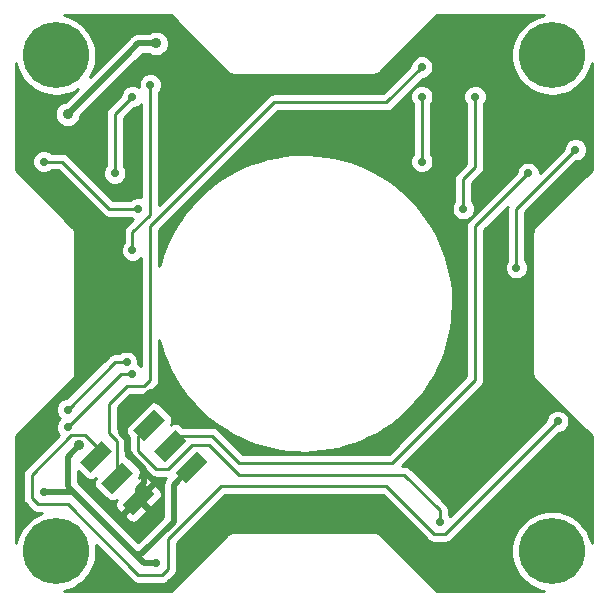
<source format=gbl>
G04 #@! TF.GenerationSoftware,KiCad,Pcbnew,(5.99.0-490-gc7ce93e10)*
G04 #@! TF.CreationDate,2019-12-10T12:04:11+01:00*
G04 #@! TF.ProjectId,LED_Panel_Flat,4c45445f-5061-46e6-956c-5f466c61742e,rev?*
G04 #@! TF.SameCoordinates,Original*
G04 #@! TF.FileFunction,Copper,L2,Bot*
G04 #@! TF.FilePolarity,Positive*
%FSLAX46Y46*%
G04 Gerber Fmt 4.6, Leading zero omitted, Abs format (unit mm)*
G04 Created by KiCad (PCBNEW (5.99.0-490-gc7ce93e10)) date 2019-12-10 12:04:11*
%MOMM*%
%LPD*%
G04 APERTURE LIST*
%ADD10C,5.600000*%
%ADD11C,0.900000*%
%ADD12C,0.700000*%
%ADD13C,0.500000*%
%ADD14C,0.250000*%
%ADD15C,0.254000*%
G04 APERTURE END LIST*
D10*
X160000000Y-113000000D03*
X160000000Y-71000000D03*
G04 #@! TA.AperFunction,SMDPad,CuDef*
G36*
X130837166Y-105449013D02*
G01*
X129041115Y-107245064D01*
X128143090Y-106347039D01*
X129939141Y-104550988D01*
X130837166Y-105449013D01*
G37*
G04 #@! TD.AperFunction*
G04 #@! TA.AperFunction,SMDPad,CuDef*
G36*
X126347038Y-108143089D02*
G01*
X124550987Y-109939140D01*
X123652962Y-109041115D01*
X125449013Y-107245064D01*
X126347038Y-108143089D01*
G37*
G04 #@! TD.AperFunction*
G04 #@! TA.AperFunction,SMDPad,CuDef*
G36*
X129041115Y-103652961D02*
G01*
X127245064Y-105449012D01*
X126347039Y-104550987D01*
X128143090Y-102754936D01*
X129041115Y-103652961D01*
G37*
G04 #@! TD.AperFunction*
G04 #@! TA.AperFunction,SMDPad,CuDef*
G36*
X124550987Y-106347038D02*
G01*
X122754936Y-108143089D01*
X121856911Y-107245064D01*
X123652962Y-105449013D01*
X124550987Y-106347038D01*
G37*
G04 #@! TD.AperFunction*
G04 #@! TA.AperFunction,SMDPad,CuDef*
G36*
X127245064Y-101856910D02*
G01*
X125449013Y-103652961D01*
X124550988Y-102754936D01*
X126347039Y-100958885D01*
X127245064Y-101856910D01*
G37*
G04 #@! TD.AperFunction*
G04 #@! TA.AperFunction,SMDPad,CuDef*
G36*
X122754936Y-104550987D02*
G01*
X120958885Y-106347038D01*
X120060860Y-105449013D01*
X121856911Y-103652962D01*
X122754936Y-104550987D01*
G37*
G04 #@! TD.AperFunction*
X118000000Y-71000000D03*
X118000000Y-113000000D03*
D11*
X126500000Y-70000000D03*
X119000000Y-76000000D03*
X120000000Y-104000000D03*
D12*
X146500000Y-80500000D03*
X145500000Y-79500000D03*
X127500000Y-98500000D03*
X128000000Y-99500000D03*
X127000000Y-99500000D03*
X129500000Y-112000000D03*
X128500000Y-113000000D03*
X125500000Y-111000000D03*
X126500000Y-110000000D03*
X160500000Y-102000000D03*
X150500000Y-110500000D03*
X149000000Y-72000000D03*
X158000000Y-81000000D03*
X157000000Y-89000000D03*
X162000000Y-79000000D03*
X155000000Y-71500000D03*
X159500000Y-78000000D03*
X159500000Y-108000000D03*
X152500000Y-112500000D03*
X126000000Y-73500000D03*
X124500000Y-87500000D03*
X125000000Y-84000000D03*
X117000000Y-80000000D03*
X117000000Y-108000000D03*
X126500000Y-114000000D03*
X124500000Y-98000000D03*
X119000000Y-102500000D03*
X124000000Y-97000000D03*
X119000000Y-101000000D03*
X124500000Y-74500000D03*
X123000000Y-81000000D03*
X153500000Y-74500000D03*
X152500000Y-84000000D03*
X149000000Y-74500000D03*
X149000000Y-80000000D03*
D13*
X119000000Y-105000000D02*
X120000000Y-104000000D01*
X119000000Y-107500000D02*
X119000000Y-105000000D01*
X119500000Y-108000000D02*
X119000000Y-107500000D01*
D14*
X116500000Y-109000000D02*
X116000000Y-108500000D01*
X127500000Y-112000000D02*
X127500000Y-114500000D01*
X119000000Y-109000000D02*
X116500000Y-109000000D01*
X125000000Y-115000000D02*
X119000000Y-109000000D01*
X127000000Y-115000000D02*
X125000000Y-115000000D01*
X160500000Y-102000000D02*
X151000000Y-111500000D01*
X151000000Y-111500000D02*
X150000000Y-111500000D01*
X132000000Y-107500000D02*
X127500000Y-112000000D01*
X150000000Y-111500000D02*
X146000000Y-107500000D01*
X127500000Y-114500000D02*
X127000000Y-115000000D01*
X116000000Y-108500000D02*
X116000000Y-106500000D01*
X146000000Y-107500000D02*
X132000000Y-107500000D01*
X116000000Y-106500000D02*
X119325001Y-103174999D01*
X119325001Y-103174999D02*
X120480922Y-103174999D01*
X120480922Y-103174999D02*
X121407898Y-104101975D01*
X121407898Y-104101975D02*
X121407898Y-105000000D01*
D13*
X125000000Y-70000000D02*
X126500000Y-70000000D01*
X124000000Y-71000000D02*
X125000000Y-70000000D01*
X119000000Y-76000000D02*
X124000000Y-71000000D01*
X151500000Y-74000000D02*
X154000000Y-71500000D01*
X154000000Y-71500000D02*
X154505026Y-71500000D01*
X154505026Y-71500000D02*
X155000000Y-71500000D01*
X151500000Y-79500000D02*
X151500000Y-74000000D01*
X148500000Y-82500000D02*
X151500000Y-79500000D01*
X146500000Y-80500000D02*
X148500000Y-82500000D01*
X145500000Y-79500000D02*
X146500000Y-80500000D01*
X128000000Y-99000000D02*
X127500000Y-98500000D01*
X128000000Y-99500000D02*
X128000000Y-99000000D01*
X126000000Y-99500000D02*
X127000000Y-99500000D01*
X124000000Y-101500000D02*
X126000000Y-99500000D01*
X123500000Y-101500000D02*
X124000000Y-101500000D01*
X123500000Y-103000000D02*
X123500000Y-101500000D01*
X124000000Y-103500000D02*
X123500000Y-103000000D01*
X124000000Y-104500000D02*
X124000000Y-103500000D01*
X125500000Y-106000000D02*
X124000000Y-104500000D01*
X125500000Y-107194077D02*
X125500000Y-106000000D01*
X125000000Y-108592102D02*
X125000000Y-107694077D01*
X125000000Y-107694077D02*
X125500000Y-107194077D01*
D14*
X124000000Y-99000000D02*
X125500000Y-99000000D01*
X122500000Y-100500000D02*
X124000000Y-99000000D01*
X123203949Y-103703949D02*
X122500000Y-103000000D01*
X126000000Y-98500000D02*
X126000000Y-85500000D01*
X126000000Y-85500000D02*
X136500000Y-75000000D01*
X122500000Y-103000000D02*
X122500000Y-100500000D01*
X123203949Y-106796051D02*
X123203949Y-103703949D01*
X136500000Y-75000000D02*
X146000000Y-75000000D01*
X125500000Y-99000000D02*
X126000000Y-98500000D01*
X146000000Y-75000000D02*
X149000000Y-72000000D01*
D13*
X132000000Y-109500000D02*
X145500000Y-109500000D01*
X129500000Y-112000000D02*
X132000000Y-109500000D01*
X145500000Y-109500000D02*
X148500000Y-112500000D01*
X148500000Y-112500000D02*
X152500000Y-112500000D01*
X128500000Y-113000000D02*
X129500000Y-112000000D01*
X128000000Y-110500000D02*
X128000000Y-110000000D01*
X124750000Y-113250000D02*
X125250000Y-113250000D01*
X124750000Y-113250000D02*
X125500000Y-114000000D01*
X123000000Y-111500000D02*
X124750000Y-113250000D01*
X125250000Y-113250000D02*
X128000000Y-110500000D01*
X125092102Y-108592102D02*
X126500000Y-110000000D01*
X125000000Y-108592102D02*
X125092102Y-108592102D01*
X125500000Y-114000000D02*
X126500000Y-114000000D01*
D14*
X146500000Y-105500000D02*
X133500000Y-105500000D01*
X153500000Y-85500000D02*
X153500000Y-98500000D01*
X153500000Y-98500000D02*
X146500000Y-105500000D01*
X128592102Y-103203949D02*
X127694077Y-104101974D01*
X133500000Y-105500000D02*
X131203949Y-103203949D01*
X158000000Y-81000000D02*
X153500000Y-85500000D01*
X131203949Y-103203949D02*
X128592102Y-103203949D01*
X150500000Y-109500000D02*
X150500000Y-110500000D01*
X147500000Y-106500000D02*
X150500000Y-109500000D01*
X147000000Y-106500000D02*
X147500000Y-106500000D01*
X146000000Y-106500000D02*
X147000000Y-106500000D01*
X133500000Y-106500000D02*
X146000000Y-106500000D01*
X131000000Y-104000000D02*
X133500000Y-106500000D01*
X129918500Y-104000000D02*
X131000000Y-104000000D01*
X129500000Y-104000000D02*
X129918500Y-104000000D01*
X127500000Y-106000000D02*
X129500000Y-104000000D01*
X126500000Y-106000000D02*
X127500000Y-106000000D01*
X125000000Y-104500000D02*
X126500000Y-106000000D01*
X125000000Y-103203949D02*
X125000000Y-104500000D01*
X125898026Y-102305923D02*
X125000000Y-103203949D01*
X157000000Y-84000000D02*
X157000000Y-89000000D01*
X162000000Y-79000000D02*
X157000000Y-84000000D01*
X157000000Y-73500000D02*
X155000000Y-71500000D01*
X157000000Y-75500000D02*
X157000000Y-73500000D01*
X159500000Y-78000000D02*
X157000000Y-75500000D01*
X159500000Y-108000000D02*
X155000000Y-112500000D01*
X155000000Y-112500000D02*
X152500000Y-112500000D01*
X126000000Y-84500000D02*
X126000000Y-73500000D01*
X124500000Y-86000000D02*
X126000000Y-84500000D01*
X124500000Y-87500000D02*
X124500000Y-86000000D01*
X122500000Y-84000000D02*
X125000000Y-84000000D01*
X118500000Y-80000000D02*
X122500000Y-84000000D01*
X117000000Y-80000000D02*
X118500000Y-80000000D01*
D13*
X119500000Y-108000000D02*
X123000000Y-111500000D01*
X117000000Y-108000000D02*
X119500000Y-108000000D01*
X128000000Y-110000000D02*
X128000000Y-107388154D01*
X128000000Y-107388154D02*
X129490128Y-105898026D01*
D14*
X123500000Y-98000000D02*
X124500000Y-98000000D01*
X121500000Y-100000000D02*
X123500000Y-98000000D01*
X119000000Y-102500000D02*
X121500000Y-100000000D01*
X123000000Y-97000000D02*
X124000000Y-97000000D01*
X119000000Y-101000000D02*
X123000000Y-97000000D01*
X123000000Y-76000000D02*
X124500000Y-74500000D01*
X123000000Y-81000000D02*
X123000000Y-76000000D01*
X153500000Y-80500000D02*
X153500000Y-74500000D01*
X152500000Y-81500000D02*
X153500000Y-80500000D01*
X152500000Y-84000000D02*
X152500000Y-81500000D01*
X149000000Y-80000000D02*
X149000000Y-74500000D01*
G36*
X132501478Y-72398088D02*
G01*
X132512228Y-72415126D01*
X132566051Y-72462661D01*
X132583829Y-72480440D01*
X132599366Y-72492084D01*
X132648347Y-72535343D01*
X132671738Y-72546325D01*
X132692411Y-72561818D01*
X132753588Y-72584753D01*
X132813089Y-72612689D01*
X132838065Y-72616422D01*
X132862461Y-72625567D01*
X132935657Y-72631006D01*
X132955687Y-72634000D01*
X132975938Y-72634000D01*
X133043565Y-72639025D01*
X133067105Y-72634000D01*
X144928991Y-72634000D01*
X144948633Y-72638445D01*
X145020272Y-72634000D01*
X145045447Y-72634000D01*
X145064683Y-72631245D01*
X145129885Y-72627200D01*
X145154188Y-72618427D01*
X145179772Y-72614763D01*
X145239250Y-72587719D01*
X145301068Y-72565403D01*
X145321365Y-72550384D01*
X145345089Y-72539597D01*
X145400701Y-72491678D01*
X145416970Y-72479640D01*
X145431276Y-72465333D01*
X145482664Y-72421054D01*
X145495761Y-72400848D01*
X150262610Y-67634000D01*
X159318607Y-67634000D01*
X159173803Y-67661492D01*
X158812444Y-67772315D01*
X158465427Y-67922124D01*
X158136946Y-68109106D01*
X157830967Y-68331005D01*
X157551185Y-68585141D01*
X157300981Y-68868443D01*
X157083375Y-69177491D01*
X156900998Y-69508550D01*
X156756049Y-69857624D01*
X156650281Y-70220496D01*
X156584972Y-70592783D01*
X156560910Y-70969988D01*
X156578385Y-71347555D01*
X156637188Y-71720925D01*
X156736606Y-72085587D01*
X156875440Y-72437137D01*
X157052012Y-72771330D01*
X157264191Y-73084128D01*
X157509413Y-73371754D01*
X157784717Y-73630734D01*
X158086777Y-73857938D01*
X158411945Y-74050626D01*
X158756293Y-74206468D01*
X159115663Y-74323581D01*
X159485715Y-74400552D01*
X159861978Y-74436450D01*
X160239908Y-74430843D01*
X160614940Y-74383798D01*
X160982545Y-74295882D01*
X161338283Y-74168160D01*
X161677857Y-74002172D01*
X161997165Y-73799923D01*
X162292352Y-73563856D01*
X162559851Y-73296823D01*
X162796433Y-73002050D01*
X162999239Y-72683094D01*
X163165819Y-72343811D01*
X163294163Y-71988296D01*
X163366000Y-71690221D01*
X163366001Y-80737388D01*
X158601912Y-85501478D01*
X158584874Y-85512228D01*
X158537339Y-85566051D01*
X158519559Y-85583830D01*
X158507915Y-85599367D01*
X158464657Y-85648347D01*
X158453673Y-85671743D01*
X158438181Y-85692413D01*
X158415247Y-85753588D01*
X158387311Y-85813090D01*
X158383578Y-85838065D01*
X158374432Y-85862462D01*
X158368994Y-85935657D01*
X158366000Y-85955687D01*
X158366000Y-85975938D01*
X158360975Y-86043565D01*
X158366000Y-86067105D01*
X158366001Y-97928986D01*
X158361555Y-97948633D01*
X158366001Y-98020289D01*
X158366001Y-98045446D01*
X158368755Y-98064677D01*
X158372800Y-98129887D01*
X158381575Y-98154195D01*
X158385238Y-98179770D01*
X158412277Y-98239241D01*
X158434598Y-98301070D01*
X158449619Y-98321369D01*
X158460403Y-98345088D01*
X158508317Y-98400693D01*
X158520361Y-98416971D01*
X158534675Y-98431284D01*
X158578947Y-98482664D01*
X158599149Y-98495758D01*
X163366000Y-103262610D01*
X163366001Y-112316826D01*
X163310910Y-112069346D01*
X163188790Y-111711645D01*
X163028156Y-111369506D01*
X162830947Y-111047060D01*
X162599547Y-110748202D01*
X162336748Y-110476541D01*
X162045727Y-110235359D01*
X161729996Y-110027569D01*
X161393371Y-109855679D01*
X161039917Y-109721767D01*
X160673902Y-109627450D01*
X160299748Y-109573867D01*
X159921973Y-109561665D01*
X159545142Y-109590991D01*
X159173803Y-109661492D01*
X158812444Y-109772315D01*
X158465427Y-109922124D01*
X158136946Y-110109106D01*
X157830967Y-110331005D01*
X157551185Y-110585141D01*
X157300981Y-110868443D01*
X157083375Y-111177491D01*
X156900998Y-111508550D01*
X156756049Y-111857624D01*
X156650281Y-112220496D01*
X156584972Y-112592783D01*
X156560910Y-112969988D01*
X156578385Y-113347555D01*
X156637188Y-113720925D01*
X156736606Y-114085587D01*
X156875440Y-114437137D01*
X157052012Y-114771330D01*
X157264191Y-115084128D01*
X157509413Y-115371754D01*
X157784717Y-115630734D01*
X158086777Y-115857938D01*
X158411945Y-116050626D01*
X158756293Y-116206468D01*
X159115663Y-116323581D01*
X159319600Y-116366000D01*
X150262611Y-116366000D01*
X145498522Y-111601912D01*
X145487772Y-111584874D01*
X145433949Y-111537339D01*
X145416170Y-111519559D01*
X145400632Y-111507915D01*
X145351652Y-111464657D01*
X145328259Y-111453674D01*
X145307589Y-111438182D01*
X145246415Y-111415249D01*
X145186911Y-111387311D01*
X145161934Y-111383578D01*
X145137538Y-111374433D01*
X145064343Y-111368993D01*
X145044313Y-111366000D01*
X145024062Y-111366000D01*
X144956435Y-111360975D01*
X144932895Y-111366000D01*
X133071008Y-111366000D01*
X133051368Y-111361556D01*
X132979723Y-111366000D01*
X132954552Y-111366000D01*
X132935320Y-111368755D01*
X132870113Y-111372799D01*
X132845804Y-111381574D01*
X132820230Y-111385237D01*
X132760757Y-111412277D01*
X132698929Y-111434598D01*
X132678630Y-111449619D01*
X132654913Y-111460402D01*
X132599305Y-111508316D01*
X132583027Y-111520361D01*
X132568709Y-111534680D01*
X132517336Y-111578946D01*
X132504244Y-111599145D01*
X127737390Y-116366000D01*
X118689359Y-116366000D01*
X118982545Y-116295882D01*
X119338283Y-116168160D01*
X119677857Y-116002172D01*
X119997165Y-115799923D01*
X120292352Y-115563856D01*
X120559851Y-115296823D01*
X120796433Y-115002050D01*
X120999239Y-114683094D01*
X121165819Y-114343811D01*
X121294163Y-113988296D01*
X121382720Y-113620845D01*
X121430481Y-113245403D01*
X121434242Y-112814504D01*
X121396500Y-112469887D01*
X124548310Y-115621698D01*
X124602196Y-115649154D01*
X124651125Y-115684703D01*
X124708642Y-115703391D01*
X124762532Y-115730850D01*
X124822275Y-115740312D01*
X124879786Y-115758999D01*
X124939750Y-115758999D01*
X124939756Y-115759000D01*
X127060244Y-115759000D01*
X127060250Y-115758999D01*
X127120213Y-115758999D01*
X127177726Y-115740312D01*
X127237468Y-115730850D01*
X127291359Y-115703390D01*
X127348873Y-115684704D01*
X127397801Y-115649156D01*
X127451690Y-115621697D01*
X127622045Y-115451343D01*
X127622046Y-115451341D01*
X128071918Y-115001470D01*
X128121698Y-114951690D01*
X128149154Y-114897804D01*
X128184703Y-114848876D01*
X128203394Y-114791352D01*
X128230850Y-114737466D01*
X128240311Y-114677733D01*
X128259000Y-114620214D01*
X128259000Y-112314386D01*
X132314387Y-108259000D01*
X145685614Y-108259000D01*
X149392414Y-111965801D01*
X149548310Y-112121698D01*
X149602196Y-112149154D01*
X149651125Y-112184703D01*
X149708642Y-112203391D01*
X149762532Y-112230850D01*
X149822275Y-112240312D01*
X149879786Y-112258999D01*
X149939750Y-112258999D01*
X149939756Y-112259000D01*
X151060244Y-112259000D01*
X151060250Y-112258999D01*
X151120213Y-112258999D01*
X151177726Y-112240312D01*
X151237468Y-112230850D01*
X151291359Y-112203390D01*
X151348873Y-112184704D01*
X151397801Y-112149156D01*
X151451690Y-112121697D01*
X151622045Y-111951343D01*
X151622047Y-111951339D01*
X160589388Y-102983999D01*
X160629546Y-102983999D01*
X160879809Y-102916941D01*
X161104190Y-102787395D01*
X161287395Y-102604190D01*
X161416941Y-102379809D01*
X161483999Y-102129546D01*
X161483999Y-101870454D01*
X161416941Y-101620191D01*
X161287395Y-101395810D01*
X161104190Y-101212605D01*
X160879809Y-101083059D01*
X160629546Y-101016001D01*
X160370454Y-101016001D01*
X160120191Y-101083059D01*
X159895810Y-101212605D01*
X159712605Y-101395810D01*
X159583059Y-101620191D01*
X159516001Y-101870454D01*
X159516001Y-101910612D01*
X151376488Y-110050125D01*
X151287395Y-109895810D01*
X151259000Y-109867415D01*
X151259000Y-109379786D01*
X151240310Y-109322265D01*
X151230850Y-109262533D01*
X151203392Y-109208642D01*
X151184703Y-109151125D01*
X151149153Y-109102195D01*
X151121698Y-109048310D01*
X151082891Y-109009503D01*
X151082888Y-109009499D01*
X148122047Y-106048661D01*
X148122045Y-106048657D01*
X147951690Y-105878303D01*
X147897801Y-105850844D01*
X147848873Y-105815296D01*
X147791359Y-105796610D01*
X147737468Y-105769150D01*
X147677726Y-105759688D01*
X147620213Y-105741001D01*
X147560250Y-105741001D01*
X147560244Y-105741000D01*
X147332386Y-105741000D01*
X154071918Y-99001469D01*
X154121698Y-98951690D01*
X154149154Y-98897804D01*
X154184703Y-98848875D01*
X154203391Y-98791358D01*
X154230850Y-98737468D01*
X154240312Y-98677725D01*
X154258999Y-98620214D01*
X154258999Y-98560250D01*
X154259000Y-98560244D01*
X154259000Y-85814386D01*
X156261302Y-83812085D01*
X156259688Y-83822276D01*
X156241001Y-83879787D01*
X156241001Y-83939751D01*
X156241000Y-83939757D01*
X156241001Y-88367414D01*
X156212605Y-88395810D01*
X156083059Y-88620191D01*
X156016001Y-88870454D01*
X156016001Y-89129546D01*
X156083059Y-89379809D01*
X156212605Y-89604190D01*
X156395810Y-89787395D01*
X156620191Y-89916941D01*
X156870454Y-89983999D01*
X157129546Y-89983999D01*
X157379809Y-89916941D01*
X157604190Y-89787395D01*
X157787395Y-89604190D01*
X157916941Y-89379809D01*
X157983999Y-89129546D01*
X157983999Y-88870454D01*
X157916941Y-88620191D01*
X157787395Y-88395810D01*
X157759000Y-88367415D01*
X157759000Y-84314386D01*
X162089388Y-79983999D01*
X162129546Y-79983999D01*
X162379809Y-79916941D01*
X162604190Y-79787395D01*
X162787395Y-79604190D01*
X162916941Y-79379809D01*
X162983999Y-79129546D01*
X162983999Y-78870454D01*
X162916941Y-78620191D01*
X162787395Y-78395810D01*
X162604190Y-78212605D01*
X162379809Y-78083059D01*
X162129546Y-78016001D01*
X161870454Y-78016001D01*
X161620191Y-78083059D01*
X161395810Y-78212605D01*
X161212605Y-78395810D01*
X161083059Y-78620191D01*
X161016001Y-78870454D01*
X161016001Y-78910612D01*
X158983999Y-80942615D01*
X158983999Y-80870454D01*
X158916941Y-80620191D01*
X158787395Y-80395810D01*
X158604190Y-80212605D01*
X158379809Y-80083059D01*
X158129546Y-80016001D01*
X157870454Y-80016001D01*
X157620191Y-80083059D01*
X157395810Y-80212605D01*
X157212605Y-80395810D01*
X157083059Y-80620191D01*
X157016001Y-80870454D01*
X157016001Y-80910612D01*
X153048661Y-84877953D01*
X153048657Y-84877955D01*
X152878302Y-85048311D01*
X152850846Y-85102197D01*
X152815297Y-85151126D01*
X152796609Y-85208643D01*
X152769150Y-85262533D01*
X152759688Y-85322276D01*
X152741001Y-85379787D01*
X152741001Y-85439751D01*
X152741000Y-85439757D01*
X152741001Y-98185612D01*
X146185614Y-104741000D01*
X133814387Y-104741000D01*
X131825996Y-102752610D01*
X131825994Y-102752606D01*
X131655639Y-102582252D01*
X131601750Y-102554793D01*
X131552822Y-102519245D01*
X131495308Y-102500559D01*
X131441417Y-102473099D01*
X131381675Y-102463637D01*
X131324162Y-102444950D01*
X131264199Y-102444950D01*
X131264193Y-102444949D01*
X128740797Y-102444949D01*
X128585208Y-102289359D01*
X128315407Y-102133590D01*
X128086981Y-102113605D01*
X127871017Y-102171473D01*
X127725429Y-102273414D01*
X127866410Y-102029227D01*
X127886395Y-101800801D01*
X127828527Y-101584837D01*
X127706706Y-101410857D01*
X126789157Y-100493308D01*
X126519356Y-100337539D01*
X126290930Y-100317554D01*
X126074966Y-100375422D01*
X125900986Y-100497243D01*
X124085411Y-102312818D01*
X123929642Y-102582619D01*
X123909657Y-102811045D01*
X123967525Y-103027009D01*
X124089346Y-103200989D01*
X124241000Y-103352642D01*
X124241001Y-104399743D01*
X124241001Y-104620213D01*
X124259690Y-104677732D01*
X124269151Y-104737467D01*
X124296608Y-104791355D01*
X124315297Y-104848875D01*
X124350849Y-104897806D01*
X124378303Y-104951690D01*
X124428082Y-105001468D01*
X125892414Y-106465801D01*
X126048310Y-106621698D01*
X126102196Y-106649154D01*
X126151125Y-106684703D01*
X126208642Y-106703391D01*
X126262532Y-106730850D01*
X126322275Y-106740312D01*
X126379786Y-106758999D01*
X126439750Y-106758999D01*
X126439756Y-106759000D01*
X127376173Y-106759000D01*
X127354867Y-106783124D01*
X127330089Y-106807901D01*
X127313862Y-106829553D01*
X127253559Y-106897833D01*
X127238249Y-106930442D01*
X127216639Y-106959277D01*
X127184654Y-107044595D01*
X127145778Y-107127400D01*
X127140584Y-107162157D01*
X127127755Y-107196378D01*
X127120126Y-107299041D01*
X127116001Y-107326641D01*
X127116001Y-107354536D01*
X127108989Y-107448896D01*
X127116001Y-107481744D01*
X127116000Y-109947850D01*
X127116000Y-110133836D01*
X125000000Y-112249837D01*
X123668295Y-110918132D01*
X123668289Y-110918124D01*
X122784650Y-110034485D01*
X123738637Y-110034485D01*
X124108869Y-110404717D01*
X124378670Y-110560486D01*
X124607096Y-110580471D01*
X124823060Y-110522603D01*
X124997039Y-110400782D01*
X125812351Y-109585472D01*
X125000000Y-108773121D01*
X123738637Y-110034485D01*
X122784650Y-110034485D01*
X120195113Y-107444950D01*
X120180114Y-107421178D01*
X120105036Y-107354871D01*
X119884000Y-107133836D01*
X119884000Y-106179847D01*
X120516767Y-106812615D01*
X120786568Y-106968384D01*
X121014994Y-106988369D01*
X121230958Y-106930501D01*
X121376546Y-106828560D01*
X121235565Y-107072747D01*
X121215580Y-107301173D01*
X121273448Y-107517137D01*
X121395269Y-107691117D01*
X122312818Y-108608666D01*
X122582619Y-108764435D01*
X122811045Y-108784420D01*
X123027009Y-108726552D01*
X123172597Y-108624611D01*
X123031616Y-108868798D01*
X123011631Y-109097224D01*
X123069499Y-109313188D01*
X123191320Y-109487168D01*
X123557618Y-109853466D01*
X124818980Y-108592102D01*
X125181019Y-108592102D01*
X125993370Y-109404453D01*
X126812615Y-108585207D01*
X126968384Y-108315406D01*
X126988369Y-108086980D01*
X126930501Y-107871016D01*
X126808680Y-107697036D01*
X126442383Y-107330739D01*
X125181019Y-108592102D01*
X124818980Y-108592102D01*
X125089095Y-108321987D01*
X126261364Y-107149720D01*
X125891131Y-106779487D01*
X125621330Y-106623718D01*
X125392904Y-106603733D01*
X125176940Y-106661601D01*
X125031352Y-106763542D01*
X125172333Y-106519355D01*
X125192318Y-106290929D01*
X125134450Y-106074965D01*
X125012629Y-105900985D01*
X124095080Y-104983436D01*
X123962949Y-104907151D01*
X123962949Y-103643705D01*
X123962948Y-103643699D01*
X123962948Y-103583735D01*
X123944261Y-103526224D01*
X123934799Y-103466481D01*
X123907340Y-103412591D01*
X123888652Y-103355074D01*
X123853103Y-103306145D01*
X123825647Y-103252259D01*
X123669750Y-103096363D01*
X123259000Y-102685614D01*
X123259000Y-100814386D01*
X124314387Y-99759000D01*
X125560244Y-99759000D01*
X125560250Y-99758999D01*
X125620213Y-99758999D01*
X125677726Y-99740312D01*
X125737468Y-99730850D01*
X125791359Y-99703390D01*
X125848873Y-99684704D01*
X125897801Y-99649156D01*
X125951690Y-99621697D01*
X126122045Y-99451343D01*
X126122046Y-99451341D01*
X126571918Y-99001470D01*
X126621698Y-98951690D01*
X126649154Y-98897804D01*
X126684703Y-98848876D01*
X126703394Y-98791352D01*
X126730850Y-98737466D01*
X126740311Y-98677733D01*
X126759000Y-98620214D01*
X126759000Y-95132722D01*
X126900382Y-95653090D01*
X127123169Y-96322813D01*
X127382993Y-96979055D01*
X127679045Y-97619771D01*
X128010401Y-98242961D01*
X128376028Y-98846683D01*
X128774785Y-99429053D01*
X129205430Y-99988257D01*
X129666618Y-100522548D01*
X130156913Y-101030263D01*
X130674785Y-101509817D01*
X131218617Y-101959715D01*
X131786717Y-102378554D01*
X132377311Y-102765027D01*
X132988557Y-103117931D01*
X133618550Y-103436164D01*
X134265325Y-103718733D01*
X134926865Y-103964757D01*
X135601106Y-104173470D01*
X136285947Y-104344220D01*
X136979252Y-104476475D01*
X137678858Y-104569822D01*
X138382584Y-104623971D01*
X139088237Y-104638752D01*
X139793613Y-104614119D01*
X140496515Y-104550150D01*
X141194750Y-104447044D01*
X141886140Y-104305123D01*
X142568531Y-104124827D01*
X143239792Y-103906721D01*
X143897833Y-103651484D01*
X144540599Y-103359912D01*
X145166087Y-103032915D01*
X145772348Y-102671512D01*
X146357487Y-102276830D01*
X146919683Y-101850100D01*
X147457182Y-101392652D01*
X147968307Y-100905915D01*
X148451465Y-100391403D01*
X148905149Y-99850724D01*
X149327943Y-99285563D01*
X149718531Y-98697682D01*
X150075693Y-98088914D01*
X150398315Y-97461158D01*
X150685393Y-96816372D01*
X150936030Y-96156565D01*
X151149444Y-95483797D01*
X151324972Y-94800165D01*
X151462063Y-94107800D01*
X151560660Y-93406245D01*
X151634280Y-91649735D01*
X151594733Y-90942390D01*
X151516057Y-90240982D01*
X151398352Y-89545060D01*
X151241981Y-88856794D01*
X151047434Y-88178329D01*
X150815318Y-87511782D01*
X150546356Y-86859231D01*
X150241387Y-86222712D01*
X149901362Y-85604209D01*
X149527342Y-85005650D01*
X149120491Y-84428905D01*
X148682082Y-83875769D01*
X148677364Y-83870454D01*
X151516001Y-83870454D01*
X151516001Y-84129546D01*
X151583059Y-84379809D01*
X151712605Y-84604190D01*
X151895810Y-84787395D01*
X152120191Y-84916941D01*
X152370454Y-84983999D01*
X152629546Y-84983999D01*
X152879809Y-84916941D01*
X153104190Y-84787395D01*
X153287395Y-84604190D01*
X153416941Y-84379809D01*
X153483999Y-84129546D01*
X153483999Y-83870454D01*
X153416941Y-83620191D01*
X153287395Y-83395810D01*
X153259000Y-83367415D01*
X153259000Y-81814387D01*
X154082888Y-80990501D01*
X154082891Y-80990497D01*
X154121698Y-80951690D01*
X154149153Y-80897805D01*
X154184703Y-80848875D01*
X154203392Y-80791358D01*
X154230850Y-80737467D01*
X154240310Y-80677735D01*
X154259000Y-80620214D01*
X154259000Y-75132585D01*
X154287395Y-75104190D01*
X154416941Y-74879809D01*
X154483999Y-74629546D01*
X154483999Y-74370454D01*
X154416941Y-74120191D01*
X154287395Y-73895810D01*
X154104190Y-73712605D01*
X153879809Y-73583059D01*
X153629546Y-73516001D01*
X153370454Y-73516001D01*
X153120191Y-73583059D01*
X152895810Y-73712605D01*
X152712605Y-73895810D01*
X152583059Y-74120191D01*
X152516001Y-74370454D01*
X152516001Y-74629546D01*
X152583059Y-74879809D01*
X152712605Y-75104190D01*
X152741001Y-75132586D01*
X152741000Y-80185611D01*
X152034199Y-80892414D01*
X151878303Y-81048310D01*
X151850849Y-81102194D01*
X151815297Y-81151125D01*
X151796608Y-81208645D01*
X151769151Y-81262533D01*
X151759690Y-81322268D01*
X151741001Y-81379787D01*
X151741001Y-81450184D01*
X151741000Y-83367415D01*
X151712605Y-83395810D01*
X151583059Y-83620191D01*
X151516001Y-83870454D01*
X148677364Y-83870454D01*
X148213478Y-83347968D01*
X147716143Y-82847149D01*
X147191626Y-82374872D01*
X146641564Y-81932610D01*
X146067673Y-81521745D01*
X145471741Y-81143554D01*
X144855626Y-80799220D01*
X144221251Y-80489814D01*
X143570594Y-80216303D01*
X142905684Y-79979539D01*
X142228595Y-79780261D01*
X141541436Y-79619089D01*
X140846353Y-79496527D01*
X140145510Y-79412958D01*
X139441097Y-79368640D01*
X138735307Y-79363711D01*
X138030344Y-79398190D01*
X137328403Y-79471967D01*
X136631677Y-79584813D01*
X135942335Y-79736374D01*
X135262528Y-79926179D01*
X134594377Y-80153636D01*
X133939964Y-80418036D01*
X133301331Y-80718554D01*
X132680470Y-81054253D01*
X132079315Y-81424086D01*
X131499743Y-81826899D01*
X130943560Y-82261436D01*
X130412500Y-82726344D01*
X129908221Y-83220171D01*
X129432294Y-83741378D01*
X128986204Y-84288339D01*
X128571341Y-84859348D01*
X128189000Y-85452625D01*
X127840372Y-86066320D01*
X127526545Y-86698519D01*
X127248499Y-87347251D01*
X127007099Y-88010493D01*
X126803099Y-88686175D01*
X126759000Y-88868457D01*
X126759000Y-85814386D01*
X136814387Y-75759000D01*
X146060244Y-75759000D01*
X146060250Y-75758999D01*
X146120213Y-75758999D01*
X146177726Y-75740312D01*
X146237468Y-75730850D01*
X146291359Y-75703390D01*
X146348873Y-75684704D01*
X146397801Y-75649156D01*
X146451690Y-75621697D01*
X146622045Y-75451343D01*
X146622047Y-75451339D01*
X147702932Y-74370454D01*
X148016001Y-74370454D01*
X148016001Y-74629546D01*
X148083059Y-74879809D01*
X148212605Y-75104190D01*
X148241001Y-75132586D01*
X148241000Y-79367415D01*
X148212605Y-79395810D01*
X148083059Y-79620191D01*
X148016001Y-79870454D01*
X148016001Y-80129546D01*
X148083059Y-80379809D01*
X148212605Y-80604190D01*
X148395810Y-80787395D01*
X148620191Y-80916941D01*
X148870454Y-80983999D01*
X149129546Y-80983999D01*
X149379809Y-80916941D01*
X149604190Y-80787395D01*
X149787395Y-80604190D01*
X149916941Y-80379809D01*
X149983999Y-80129546D01*
X149983999Y-79870454D01*
X149916941Y-79620191D01*
X149787395Y-79395810D01*
X149759000Y-79367415D01*
X149759000Y-75132585D01*
X149787395Y-75104190D01*
X149916941Y-74879809D01*
X149983999Y-74629546D01*
X149983999Y-74370454D01*
X149916941Y-74120191D01*
X149787395Y-73895810D01*
X149604190Y-73712605D01*
X149379809Y-73583059D01*
X149129546Y-73516001D01*
X148870454Y-73516001D01*
X148620191Y-73583059D01*
X148395810Y-73712605D01*
X148212605Y-73895810D01*
X148083059Y-74120191D01*
X148016001Y-74370454D01*
X147702932Y-74370454D01*
X149089389Y-72983999D01*
X149129546Y-72983999D01*
X149379809Y-72916941D01*
X149604190Y-72787395D01*
X149787395Y-72604190D01*
X149916941Y-72379809D01*
X149983999Y-72129546D01*
X149983999Y-71870454D01*
X149916941Y-71620191D01*
X149787395Y-71395810D01*
X149604190Y-71212605D01*
X149379809Y-71083059D01*
X149129546Y-71016001D01*
X148870454Y-71016001D01*
X148620191Y-71083059D01*
X148395810Y-71212605D01*
X148212605Y-71395810D01*
X148083059Y-71620191D01*
X148016001Y-71870454D01*
X148016001Y-71910611D01*
X145685614Y-74241000D01*
X136439756Y-74241000D01*
X136439750Y-74241001D01*
X136379786Y-74241001D01*
X136322275Y-74259688D01*
X136262532Y-74269150D01*
X136208642Y-74296609D01*
X136151125Y-74315297D01*
X136102196Y-74350846D01*
X136048310Y-74378302D01*
X135998531Y-74428082D01*
X126759000Y-83667614D01*
X126759000Y-74132585D01*
X126787395Y-74104190D01*
X126916941Y-73879809D01*
X126983999Y-73629546D01*
X126983999Y-73370454D01*
X126916941Y-73120191D01*
X126787395Y-72895810D01*
X126604190Y-72712605D01*
X126379809Y-72583059D01*
X126129546Y-72516001D01*
X125870454Y-72516001D01*
X125620191Y-72583059D01*
X125395810Y-72712605D01*
X125212605Y-72895810D01*
X125083059Y-73120191D01*
X125016001Y-73370454D01*
X125016001Y-73629546D01*
X125026190Y-73667572D01*
X124879809Y-73583059D01*
X124629546Y-73516001D01*
X124370454Y-73516001D01*
X124120191Y-73583059D01*
X123895810Y-73712605D01*
X123712605Y-73895810D01*
X123583059Y-74120191D01*
X123516001Y-74370454D01*
X123516001Y-74410612D01*
X122534200Y-75392414D01*
X122378303Y-75548310D01*
X122350849Y-75602194D01*
X122315297Y-75651125D01*
X122296608Y-75708645D01*
X122269151Y-75762533D01*
X122259690Y-75822268D01*
X122241001Y-75879787D01*
X122241001Y-75950184D01*
X122241000Y-80367415D01*
X122212605Y-80395810D01*
X122083059Y-80620191D01*
X122016001Y-80870454D01*
X122016001Y-81129546D01*
X122083059Y-81379809D01*
X122212605Y-81604190D01*
X122395810Y-81787395D01*
X122620191Y-81916941D01*
X122870454Y-81983999D01*
X123129546Y-81983999D01*
X123379809Y-81916941D01*
X123604190Y-81787395D01*
X123787395Y-81604190D01*
X123916941Y-81379809D01*
X123983999Y-81129546D01*
X123983999Y-80870454D01*
X123916941Y-80620191D01*
X123787395Y-80395810D01*
X123759000Y-80367415D01*
X123759000Y-76314387D01*
X124589389Y-75483999D01*
X124629546Y-75483999D01*
X124879809Y-75416941D01*
X125104190Y-75287395D01*
X125241001Y-75150584D01*
X125241000Y-83045865D01*
X125129546Y-83016001D01*
X124870454Y-83016001D01*
X124620191Y-83083059D01*
X124395810Y-83212605D01*
X124367415Y-83241000D01*
X122814387Y-83241000D01*
X119122047Y-79548661D01*
X119122045Y-79548657D01*
X118951690Y-79378303D01*
X118897801Y-79350844D01*
X118848873Y-79315296D01*
X118791359Y-79296610D01*
X118737468Y-79269150D01*
X118677726Y-79259688D01*
X118620213Y-79241001D01*
X118560250Y-79241001D01*
X118560244Y-79241000D01*
X117632585Y-79241000D01*
X117604190Y-79212605D01*
X117379809Y-79083059D01*
X117129546Y-79016001D01*
X116870454Y-79016001D01*
X116620191Y-79083059D01*
X116395810Y-79212605D01*
X116212605Y-79395810D01*
X116083059Y-79620191D01*
X116016001Y-79870454D01*
X116016001Y-80129546D01*
X116083059Y-80379809D01*
X116212605Y-80604190D01*
X116395810Y-80787395D01*
X116620191Y-80916941D01*
X116870454Y-80983999D01*
X117129546Y-80983999D01*
X117379809Y-80916941D01*
X117604190Y-80787395D01*
X117632585Y-80759000D01*
X118185614Y-80759000D01*
X121892413Y-84465800D01*
X122048310Y-84621698D01*
X122102196Y-84649154D01*
X122151125Y-84684703D01*
X122208642Y-84703391D01*
X122262532Y-84730850D01*
X122322275Y-84740312D01*
X122379786Y-84758999D01*
X122439750Y-84758999D01*
X122439756Y-84759000D01*
X124367415Y-84759000D01*
X124395810Y-84787395D01*
X124550124Y-84876488D01*
X124034199Y-85392414D01*
X123878303Y-85548310D01*
X123850849Y-85602194D01*
X123815297Y-85651125D01*
X123796608Y-85708645D01*
X123769151Y-85762533D01*
X123759690Y-85822268D01*
X123741001Y-85879787D01*
X123741001Y-85950184D01*
X123741000Y-86867415D01*
X123712605Y-86895810D01*
X123583059Y-87120191D01*
X123516001Y-87370454D01*
X123516001Y-87629546D01*
X123583059Y-87879809D01*
X123712605Y-88104190D01*
X123895810Y-88287395D01*
X124120191Y-88416941D01*
X124370454Y-88483999D01*
X124629546Y-88483999D01*
X124879809Y-88416941D01*
X125104190Y-88287395D01*
X125241001Y-88150584D01*
X125241000Y-97349415D01*
X125104190Y-97212605D01*
X124980828Y-97141382D01*
X124983999Y-97129546D01*
X124983999Y-96870454D01*
X124916941Y-96620191D01*
X124787395Y-96395810D01*
X124604190Y-96212605D01*
X124379809Y-96083059D01*
X124129546Y-96016001D01*
X123870454Y-96016001D01*
X123620191Y-96083059D01*
X123395810Y-96212605D01*
X123367415Y-96241000D01*
X122939756Y-96241000D01*
X122939750Y-96241001D01*
X122879786Y-96241001D01*
X122822275Y-96259688D01*
X122762532Y-96269150D01*
X122708642Y-96296609D01*
X122651125Y-96315297D01*
X122602196Y-96350846D01*
X122548310Y-96378302D01*
X122498531Y-96428082D01*
X118910613Y-100016001D01*
X118870454Y-100016001D01*
X118620191Y-100083059D01*
X118395810Y-100212605D01*
X118212605Y-100395810D01*
X118083059Y-100620191D01*
X118016001Y-100870454D01*
X118016001Y-101129546D01*
X118083059Y-101379809D01*
X118212605Y-101604190D01*
X118358415Y-101750000D01*
X118212605Y-101895810D01*
X118083059Y-102120191D01*
X118016001Y-102370454D01*
X118016001Y-102629546D01*
X118083059Y-102879809D01*
X118212605Y-103104190D01*
X118267514Y-103159098D01*
X115534200Y-105892414D01*
X115378303Y-106048310D01*
X115350849Y-106102194D01*
X115315297Y-106151125D01*
X115296608Y-106208645D01*
X115269151Y-106262533D01*
X115259690Y-106322268D01*
X115241001Y-106379787D01*
X115241001Y-106450184D01*
X115241000Y-108560243D01*
X115241001Y-108560249D01*
X115241001Y-108620213D01*
X115259688Y-108677724D01*
X115269150Y-108737467D01*
X115296609Y-108791357D01*
X115315297Y-108848874D01*
X115350846Y-108897803D01*
X115378302Y-108951689D01*
X115548657Y-109122045D01*
X115548659Y-109122046D01*
X115892413Y-109465801D01*
X116048310Y-109621698D01*
X116102196Y-109649154D01*
X116151124Y-109684703D01*
X116208648Y-109703394D01*
X116262534Y-109730850D01*
X116322267Y-109740311D01*
X116379786Y-109759000D01*
X116855860Y-109759000D01*
X116812444Y-109772315D01*
X116465427Y-109922124D01*
X116136946Y-110109106D01*
X115830967Y-110331005D01*
X115551185Y-110585141D01*
X115300981Y-110868443D01*
X115083375Y-111177491D01*
X114900998Y-111508550D01*
X114756049Y-111857624D01*
X114650281Y-112220496D01*
X114634000Y-112313304D01*
X114634000Y-103262609D01*
X119398088Y-98498522D01*
X119415126Y-98487772D01*
X119462661Y-98433949D01*
X119480440Y-98416171D01*
X119492084Y-98400634D01*
X119535343Y-98351653D01*
X119546325Y-98328262D01*
X119561818Y-98307589D01*
X119584753Y-98246412D01*
X119612689Y-98186911D01*
X119616422Y-98161935D01*
X119625567Y-98137539D01*
X119631006Y-98064343D01*
X119634000Y-98044313D01*
X119634000Y-98024062D01*
X119639025Y-97956435D01*
X119634000Y-97932895D01*
X119634000Y-86071008D01*
X119638444Y-86051368D01*
X119634000Y-85979723D01*
X119634000Y-85954552D01*
X119631245Y-85935320D01*
X119627201Y-85870113D01*
X119618426Y-85845804D01*
X119614763Y-85820230D01*
X119587723Y-85760757D01*
X119565402Y-85698929D01*
X119550381Y-85678630D01*
X119539598Y-85654913D01*
X119491684Y-85599305D01*
X119479639Y-85583027D01*
X119465320Y-85568709D01*
X119421054Y-85517336D01*
X119400855Y-85504244D01*
X114634000Y-80737390D01*
X114634000Y-71700683D01*
X114637188Y-71720925D01*
X114736606Y-72085587D01*
X114875440Y-72437137D01*
X115052012Y-72771330D01*
X115264191Y-73084128D01*
X115509413Y-73371754D01*
X115784717Y-73630734D01*
X116086777Y-73857938D01*
X116411945Y-74050626D01*
X116756293Y-74206468D01*
X117115663Y-74323581D01*
X117485715Y-74400552D01*
X117861978Y-74436450D01*
X118239908Y-74430843D01*
X118614940Y-74383798D01*
X118982545Y-74295882D01*
X119338283Y-74168160D01*
X119677857Y-74002172D01*
X119868275Y-73881562D01*
X118818822Y-74931015D01*
X118662363Y-74960861D01*
X118414547Y-75077474D01*
X118203518Y-75252054D01*
X118042534Y-75473629D01*
X117941712Y-75728278D01*
X117907385Y-76000000D01*
X117941712Y-76271722D01*
X118042534Y-76526371D01*
X118203518Y-76747946D01*
X118414547Y-76922526D01*
X118662363Y-77039138D01*
X118931394Y-77090460D01*
X119204736Y-77073262D01*
X119465213Y-76988628D01*
X119696460Y-76841874D01*
X119883944Y-76642224D01*
X120015888Y-76402218D01*
X120073905Y-76176258D01*
X124663564Y-71586599D01*
X125366164Y-70884000D01*
X125867978Y-70884000D01*
X125914547Y-70922526D01*
X126162363Y-71039138D01*
X126431394Y-71090460D01*
X126704736Y-71073262D01*
X126965213Y-70988628D01*
X127196460Y-70841874D01*
X127383944Y-70642224D01*
X127515888Y-70402218D01*
X127584000Y-70136942D01*
X127584000Y-69863058D01*
X127515888Y-69597782D01*
X127383944Y-69357776D01*
X127196460Y-69158126D01*
X126965213Y-69011372D01*
X126704736Y-68926738D01*
X126431394Y-68909540D01*
X126162363Y-68960862D01*
X125914547Y-69077474D01*
X125867978Y-69116000D01*
X125099036Y-69116000D01*
X125071624Y-69109797D01*
X124971652Y-69116000D01*
X124936601Y-69116000D01*
X124909807Y-69119837D01*
X124818893Y-69125477D01*
X124785012Y-69137709D01*
X124749343Y-69142818D01*
X124666398Y-69180529D01*
X124580354Y-69211592D01*
X124552102Y-69232498D01*
X124518836Y-69247622D01*
X124440850Y-69314819D01*
X124418413Y-69331422D01*
X124398684Y-69351152D01*
X124327009Y-69412911D01*
X124308741Y-69441094D01*
X123418128Y-70331708D01*
X123418124Y-70331711D01*
X120881374Y-72868462D01*
X120999239Y-72683094D01*
X121165819Y-72343811D01*
X121294163Y-71988296D01*
X121382720Y-71620845D01*
X121430481Y-71245403D01*
X121434242Y-70814504D01*
X121393039Y-70438286D01*
X121310910Y-70069346D01*
X121188790Y-69711645D01*
X121028156Y-69369506D01*
X120830947Y-69047060D01*
X120599547Y-68748202D01*
X120336748Y-68476541D01*
X120045727Y-68235359D01*
X119729996Y-68027569D01*
X119393371Y-67855679D01*
X119039917Y-67721767D01*
X118699321Y-67634000D01*
X127737391Y-67634000D01*
X132501478Y-72398088D01*
G37*
D15*
X132501478Y-72398088D02*
X132512228Y-72415126D01*
X132566051Y-72462661D01*
X132583829Y-72480440D01*
X132599366Y-72492084D01*
X132648347Y-72535343D01*
X132671738Y-72546325D01*
X132692411Y-72561818D01*
X132753588Y-72584753D01*
X132813089Y-72612689D01*
X132838065Y-72616422D01*
X132862461Y-72625567D01*
X132935657Y-72631006D01*
X132955687Y-72634000D01*
X132975938Y-72634000D01*
X133043565Y-72639025D01*
X133067105Y-72634000D01*
X144928991Y-72634000D01*
X144948633Y-72638445D01*
X145020272Y-72634000D01*
X145045447Y-72634000D01*
X145064683Y-72631245D01*
X145129885Y-72627200D01*
X145154188Y-72618427D01*
X145179772Y-72614763D01*
X145239250Y-72587719D01*
X145301068Y-72565403D01*
X145321365Y-72550384D01*
X145345089Y-72539597D01*
X145400701Y-72491678D01*
X145416970Y-72479640D01*
X145431276Y-72465333D01*
X145482664Y-72421054D01*
X145495761Y-72400848D01*
X150262610Y-67634000D01*
X159318607Y-67634000D01*
X159173803Y-67661492D01*
X158812444Y-67772315D01*
X158465427Y-67922124D01*
X158136946Y-68109106D01*
X157830967Y-68331005D01*
X157551185Y-68585141D01*
X157300981Y-68868443D01*
X157083375Y-69177491D01*
X156900998Y-69508550D01*
X156756049Y-69857624D01*
X156650281Y-70220496D01*
X156584972Y-70592783D01*
X156560910Y-70969988D01*
X156578385Y-71347555D01*
X156637188Y-71720925D01*
X156736606Y-72085587D01*
X156875440Y-72437137D01*
X157052012Y-72771330D01*
X157264191Y-73084128D01*
X157509413Y-73371754D01*
X157784717Y-73630734D01*
X158086777Y-73857938D01*
X158411945Y-74050626D01*
X158756293Y-74206468D01*
X159115663Y-74323581D01*
X159485715Y-74400552D01*
X159861978Y-74436450D01*
X160239908Y-74430843D01*
X160614940Y-74383798D01*
X160982545Y-74295882D01*
X161338283Y-74168160D01*
X161677857Y-74002172D01*
X161997165Y-73799923D01*
X162292352Y-73563856D01*
X162559851Y-73296823D01*
X162796433Y-73002050D01*
X162999239Y-72683094D01*
X163165819Y-72343811D01*
X163294163Y-71988296D01*
X163366000Y-71690221D01*
X163366001Y-80737388D01*
X158601912Y-85501478D01*
X158584874Y-85512228D01*
X158537339Y-85566051D01*
X158519559Y-85583830D01*
X158507915Y-85599367D01*
X158464657Y-85648347D01*
X158453673Y-85671743D01*
X158438181Y-85692413D01*
X158415247Y-85753588D01*
X158387311Y-85813090D01*
X158383578Y-85838065D01*
X158374432Y-85862462D01*
X158368994Y-85935657D01*
X158366000Y-85955687D01*
X158366000Y-85975938D01*
X158360975Y-86043565D01*
X158366000Y-86067105D01*
X158366001Y-97928986D01*
X158361555Y-97948633D01*
X158366001Y-98020289D01*
X158366001Y-98045446D01*
X158368755Y-98064677D01*
X158372800Y-98129887D01*
X158381575Y-98154195D01*
X158385238Y-98179770D01*
X158412277Y-98239241D01*
X158434598Y-98301070D01*
X158449619Y-98321369D01*
X158460403Y-98345088D01*
X158508317Y-98400693D01*
X158520361Y-98416971D01*
X158534675Y-98431284D01*
X158578947Y-98482664D01*
X158599149Y-98495758D01*
X163366000Y-103262610D01*
X163366001Y-112316826D01*
X163310910Y-112069346D01*
X163188790Y-111711645D01*
X163028156Y-111369506D01*
X162830947Y-111047060D01*
X162599547Y-110748202D01*
X162336748Y-110476541D01*
X162045727Y-110235359D01*
X161729996Y-110027569D01*
X161393371Y-109855679D01*
X161039917Y-109721767D01*
X160673902Y-109627450D01*
X160299748Y-109573867D01*
X159921973Y-109561665D01*
X159545142Y-109590991D01*
X159173803Y-109661492D01*
X158812444Y-109772315D01*
X158465427Y-109922124D01*
X158136946Y-110109106D01*
X157830967Y-110331005D01*
X157551185Y-110585141D01*
X157300981Y-110868443D01*
X157083375Y-111177491D01*
X156900998Y-111508550D01*
X156756049Y-111857624D01*
X156650281Y-112220496D01*
X156584972Y-112592783D01*
X156560910Y-112969988D01*
X156578385Y-113347555D01*
X156637188Y-113720925D01*
X156736606Y-114085587D01*
X156875440Y-114437137D01*
X157052012Y-114771330D01*
X157264191Y-115084128D01*
X157509413Y-115371754D01*
X157784717Y-115630734D01*
X158086777Y-115857938D01*
X158411945Y-116050626D01*
X158756293Y-116206468D01*
X159115663Y-116323581D01*
X159319600Y-116366000D01*
X150262611Y-116366000D01*
X145498522Y-111601912D01*
X145487772Y-111584874D01*
X145433949Y-111537339D01*
X145416170Y-111519559D01*
X145400632Y-111507915D01*
X145351652Y-111464657D01*
X145328259Y-111453674D01*
X145307589Y-111438182D01*
X145246415Y-111415249D01*
X145186911Y-111387311D01*
X145161934Y-111383578D01*
X145137538Y-111374433D01*
X145064343Y-111368993D01*
X145044313Y-111366000D01*
X145024062Y-111366000D01*
X144956435Y-111360975D01*
X144932895Y-111366000D01*
X133071008Y-111366000D01*
X133051368Y-111361556D01*
X132979723Y-111366000D01*
X132954552Y-111366000D01*
X132935320Y-111368755D01*
X132870113Y-111372799D01*
X132845804Y-111381574D01*
X132820230Y-111385237D01*
X132760757Y-111412277D01*
X132698929Y-111434598D01*
X132678630Y-111449619D01*
X132654913Y-111460402D01*
X132599305Y-111508316D01*
X132583027Y-111520361D01*
X132568709Y-111534680D01*
X132517336Y-111578946D01*
X132504244Y-111599145D01*
X127737390Y-116366000D01*
X118689359Y-116366000D01*
X118982545Y-116295882D01*
X119338283Y-116168160D01*
X119677857Y-116002172D01*
X119997165Y-115799923D01*
X120292352Y-115563856D01*
X120559851Y-115296823D01*
X120796433Y-115002050D01*
X120999239Y-114683094D01*
X121165819Y-114343811D01*
X121294163Y-113988296D01*
X121382720Y-113620845D01*
X121430481Y-113245403D01*
X121434242Y-112814504D01*
X121396500Y-112469887D01*
X124548310Y-115621698D01*
X124602196Y-115649154D01*
X124651125Y-115684703D01*
X124708642Y-115703391D01*
X124762532Y-115730850D01*
X124822275Y-115740312D01*
X124879786Y-115758999D01*
X124939750Y-115758999D01*
X124939756Y-115759000D01*
X127060244Y-115759000D01*
X127060250Y-115758999D01*
X127120213Y-115758999D01*
X127177726Y-115740312D01*
X127237468Y-115730850D01*
X127291359Y-115703390D01*
X127348873Y-115684704D01*
X127397801Y-115649156D01*
X127451690Y-115621697D01*
X127622045Y-115451343D01*
X127622046Y-115451341D01*
X128071918Y-115001470D01*
X128121698Y-114951690D01*
X128149154Y-114897804D01*
X128184703Y-114848876D01*
X128203394Y-114791352D01*
X128230850Y-114737466D01*
X128240311Y-114677733D01*
X128259000Y-114620214D01*
X128259000Y-112314386D01*
X132314387Y-108259000D01*
X145685614Y-108259000D01*
X149392414Y-111965801D01*
X149548310Y-112121698D01*
X149602196Y-112149154D01*
X149651125Y-112184703D01*
X149708642Y-112203391D01*
X149762532Y-112230850D01*
X149822275Y-112240312D01*
X149879786Y-112258999D01*
X149939750Y-112258999D01*
X149939756Y-112259000D01*
X151060244Y-112259000D01*
X151060250Y-112258999D01*
X151120213Y-112258999D01*
X151177726Y-112240312D01*
X151237468Y-112230850D01*
X151291359Y-112203390D01*
X151348873Y-112184704D01*
X151397801Y-112149156D01*
X151451690Y-112121697D01*
X151622045Y-111951343D01*
X151622047Y-111951339D01*
X160589388Y-102983999D01*
X160629546Y-102983999D01*
X160879809Y-102916941D01*
X161104190Y-102787395D01*
X161287395Y-102604190D01*
X161416941Y-102379809D01*
X161483999Y-102129546D01*
X161483999Y-101870454D01*
X161416941Y-101620191D01*
X161287395Y-101395810D01*
X161104190Y-101212605D01*
X160879809Y-101083059D01*
X160629546Y-101016001D01*
X160370454Y-101016001D01*
X160120191Y-101083059D01*
X159895810Y-101212605D01*
X159712605Y-101395810D01*
X159583059Y-101620191D01*
X159516001Y-101870454D01*
X159516001Y-101910612D01*
X151376488Y-110050125D01*
X151287395Y-109895810D01*
X151259000Y-109867415D01*
X151259000Y-109379786D01*
X151240310Y-109322265D01*
X151230850Y-109262533D01*
X151203392Y-109208642D01*
X151184703Y-109151125D01*
X151149153Y-109102195D01*
X151121698Y-109048310D01*
X151082891Y-109009503D01*
X151082888Y-109009499D01*
X148122047Y-106048661D01*
X148122045Y-106048657D01*
X147951690Y-105878303D01*
X147897801Y-105850844D01*
X147848873Y-105815296D01*
X147791359Y-105796610D01*
X147737468Y-105769150D01*
X147677726Y-105759688D01*
X147620213Y-105741001D01*
X147560250Y-105741001D01*
X147560244Y-105741000D01*
X147332386Y-105741000D01*
X154071918Y-99001469D01*
X154121698Y-98951690D01*
X154149154Y-98897804D01*
X154184703Y-98848875D01*
X154203391Y-98791358D01*
X154230850Y-98737468D01*
X154240312Y-98677725D01*
X154258999Y-98620214D01*
X154258999Y-98560250D01*
X154259000Y-98560244D01*
X154259000Y-85814386D01*
X156261302Y-83812085D01*
X156259688Y-83822276D01*
X156241001Y-83879787D01*
X156241001Y-83939751D01*
X156241000Y-83939757D01*
X156241001Y-88367414D01*
X156212605Y-88395810D01*
X156083059Y-88620191D01*
X156016001Y-88870454D01*
X156016001Y-89129546D01*
X156083059Y-89379809D01*
X156212605Y-89604190D01*
X156395810Y-89787395D01*
X156620191Y-89916941D01*
X156870454Y-89983999D01*
X157129546Y-89983999D01*
X157379809Y-89916941D01*
X157604190Y-89787395D01*
X157787395Y-89604190D01*
X157916941Y-89379809D01*
X157983999Y-89129546D01*
X157983999Y-88870454D01*
X157916941Y-88620191D01*
X157787395Y-88395810D01*
X157759000Y-88367415D01*
X157759000Y-84314386D01*
X162089388Y-79983999D01*
X162129546Y-79983999D01*
X162379809Y-79916941D01*
X162604190Y-79787395D01*
X162787395Y-79604190D01*
X162916941Y-79379809D01*
X162983999Y-79129546D01*
X162983999Y-78870454D01*
X162916941Y-78620191D01*
X162787395Y-78395810D01*
X162604190Y-78212605D01*
X162379809Y-78083059D01*
X162129546Y-78016001D01*
X161870454Y-78016001D01*
X161620191Y-78083059D01*
X161395810Y-78212605D01*
X161212605Y-78395810D01*
X161083059Y-78620191D01*
X161016001Y-78870454D01*
X161016001Y-78910612D01*
X158983999Y-80942615D01*
X158983999Y-80870454D01*
X158916941Y-80620191D01*
X158787395Y-80395810D01*
X158604190Y-80212605D01*
X158379809Y-80083059D01*
X158129546Y-80016001D01*
X157870454Y-80016001D01*
X157620191Y-80083059D01*
X157395810Y-80212605D01*
X157212605Y-80395810D01*
X157083059Y-80620191D01*
X157016001Y-80870454D01*
X157016001Y-80910612D01*
X153048661Y-84877953D01*
X153048657Y-84877955D01*
X152878302Y-85048311D01*
X152850846Y-85102197D01*
X152815297Y-85151126D01*
X152796609Y-85208643D01*
X152769150Y-85262533D01*
X152759688Y-85322276D01*
X152741001Y-85379787D01*
X152741001Y-85439751D01*
X152741000Y-85439757D01*
X152741001Y-98185612D01*
X146185614Y-104741000D01*
X133814387Y-104741000D01*
X131825996Y-102752610D01*
X131825994Y-102752606D01*
X131655639Y-102582252D01*
X131601750Y-102554793D01*
X131552822Y-102519245D01*
X131495308Y-102500559D01*
X131441417Y-102473099D01*
X131381675Y-102463637D01*
X131324162Y-102444950D01*
X131264199Y-102444950D01*
X131264193Y-102444949D01*
X128740797Y-102444949D01*
X128585208Y-102289359D01*
X128315407Y-102133590D01*
X128086981Y-102113605D01*
X127871017Y-102171473D01*
X127725429Y-102273414D01*
X127866410Y-102029227D01*
X127886395Y-101800801D01*
X127828527Y-101584837D01*
X127706706Y-101410857D01*
X126789157Y-100493308D01*
X126519356Y-100337539D01*
X126290930Y-100317554D01*
X126074966Y-100375422D01*
X125900986Y-100497243D01*
X124085411Y-102312818D01*
X123929642Y-102582619D01*
X123909657Y-102811045D01*
X123967525Y-103027009D01*
X124089346Y-103200989D01*
X124241000Y-103352642D01*
X124241001Y-104399743D01*
X124241001Y-104620213D01*
X124259690Y-104677732D01*
X124269151Y-104737467D01*
X124296608Y-104791355D01*
X124315297Y-104848875D01*
X124350849Y-104897806D01*
X124378303Y-104951690D01*
X124428082Y-105001468D01*
X125892414Y-106465801D01*
X126048310Y-106621698D01*
X126102196Y-106649154D01*
X126151125Y-106684703D01*
X126208642Y-106703391D01*
X126262532Y-106730850D01*
X126322275Y-106740312D01*
X126379786Y-106758999D01*
X126439750Y-106758999D01*
X126439756Y-106759000D01*
X127376173Y-106759000D01*
X127354867Y-106783124D01*
X127330089Y-106807901D01*
X127313862Y-106829553D01*
X127253559Y-106897833D01*
X127238249Y-106930442D01*
X127216639Y-106959277D01*
X127184654Y-107044595D01*
X127145778Y-107127400D01*
X127140584Y-107162157D01*
X127127755Y-107196378D01*
X127120126Y-107299041D01*
X127116001Y-107326641D01*
X127116001Y-107354536D01*
X127108989Y-107448896D01*
X127116001Y-107481744D01*
X127116000Y-109947850D01*
X127116000Y-110133836D01*
X125000000Y-112249837D01*
X123668295Y-110918132D01*
X123668289Y-110918124D01*
X122784650Y-110034485D01*
X123738637Y-110034485D01*
X124108869Y-110404717D01*
X124378670Y-110560486D01*
X124607096Y-110580471D01*
X124823060Y-110522603D01*
X124997039Y-110400782D01*
X125812351Y-109585472D01*
X125000000Y-108773121D01*
X123738637Y-110034485D01*
X122784650Y-110034485D01*
X120195113Y-107444950D01*
X120180114Y-107421178D01*
X120105036Y-107354871D01*
X119884000Y-107133836D01*
X119884000Y-106179847D01*
X120516767Y-106812615D01*
X120786568Y-106968384D01*
X121014994Y-106988369D01*
X121230958Y-106930501D01*
X121376546Y-106828560D01*
X121235565Y-107072747D01*
X121215580Y-107301173D01*
X121273448Y-107517137D01*
X121395269Y-107691117D01*
X122312818Y-108608666D01*
X122582619Y-108764435D01*
X122811045Y-108784420D01*
X123027009Y-108726552D01*
X123172597Y-108624611D01*
X123031616Y-108868798D01*
X123011631Y-109097224D01*
X123069499Y-109313188D01*
X123191320Y-109487168D01*
X123557618Y-109853466D01*
X124818980Y-108592102D01*
X125181019Y-108592102D01*
X125993370Y-109404453D01*
X126812615Y-108585207D01*
X126968384Y-108315406D01*
X126988369Y-108086980D01*
X126930501Y-107871016D01*
X126808680Y-107697036D01*
X126442383Y-107330739D01*
X125181019Y-108592102D01*
X124818980Y-108592102D01*
X125089095Y-108321987D01*
X126261364Y-107149720D01*
X125891131Y-106779487D01*
X125621330Y-106623718D01*
X125392904Y-106603733D01*
X125176940Y-106661601D01*
X125031352Y-106763542D01*
X125172333Y-106519355D01*
X125192318Y-106290929D01*
X125134450Y-106074965D01*
X125012629Y-105900985D01*
X124095080Y-104983436D01*
X123962949Y-104907151D01*
X123962949Y-103643705D01*
X123962948Y-103643699D01*
X123962948Y-103583735D01*
X123944261Y-103526224D01*
X123934799Y-103466481D01*
X123907340Y-103412591D01*
X123888652Y-103355074D01*
X123853103Y-103306145D01*
X123825647Y-103252259D01*
X123669750Y-103096363D01*
X123259000Y-102685614D01*
X123259000Y-100814386D01*
X124314387Y-99759000D01*
X125560244Y-99759000D01*
X125560250Y-99758999D01*
X125620213Y-99758999D01*
X125677726Y-99740312D01*
X125737468Y-99730850D01*
X125791359Y-99703390D01*
X125848873Y-99684704D01*
X125897801Y-99649156D01*
X125951690Y-99621697D01*
X126122045Y-99451343D01*
X126122046Y-99451341D01*
X126571918Y-99001470D01*
X126621698Y-98951690D01*
X126649154Y-98897804D01*
X126684703Y-98848876D01*
X126703394Y-98791352D01*
X126730850Y-98737466D01*
X126740311Y-98677733D01*
X126759000Y-98620214D01*
X126759000Y-95132722D01*
X126900382Y-95653090D01*
X127123169Y-96322813D01*
X127382993Y-96979055D01*
X127679045Y-97619771D01*
X128010401Y-98242961D01*
X128376028Y-98846683D01*
X128774785Y-99429053D01*
X129205430Y-99988257D01*
X129666618Y-100522548D01*
X130156913Y-101030263D01*
X130674785Y-101509817D01*
X131218617Y-101959715D01*
X131786717Y-102378554D01*
X132377311Y-102765027D01*
X132988557Y-103117931D01*
X133618550Y-103436164D01*
X134265325Y-103718733D01*
X134926865Y-103964757D01*
X135601106Y-104173470D01*
X136285947Y-104344220D01*
X136979252Y-104476475D01*
X137678858Y-104569822D01*
X138382584Y-104623971D01*
X139088237Y-104638752D01*
X139793613Y-104614119D01*
X140496515Y-104550150D01*
X141194750Y-104447044D01*
X141886140Y-104305123D01*
X142568531Y-104124827D01*
X143239792Y-103906721D01*
X143897833Y-103651484D01*
X144540599Y-103359912D01*
X145166087Y-103032915D01*
X145772348Y-102671512D01*
X146357487Y-102276830D01*
X146919683Y-101850100D01*
X147457182Y-101392652D01*
X147968307Y-100905915D01*
X148451465Y-100391403D01*
X148905149Y-99850724D01*
X149327943Y-99285563D01*
X149718531Y-98697682D01*
X150075693Y-98088914D01*
X150398315Y-97461158D01*
X150685393Y-96816372D01*
X150936030Y-96156565D01*
X151149444Y-95483797D01*
X151324972Y-94800165D01*
X151462063Y-94107800D01*
X151560660Y-93406245D01*
X151634280Y-91649735D01*
X151594733Y-90942390D01*
X151516057Y-90240982D01*
X151398352Y-89545060D01*
X151241981Y-88856794D01*
X151047434Y-88178329D01*
X150815318Y-87511782D01*
X150546356Y-86859231D01*
X150241387Y-86222712D01*
X149901362Y-85604209D01*
X149527342Y-85005650D01*
X149120491Y-84428905D01*
X148682082Y-83875769D01*
X148677364Y-83870454D01*
X151516001Y-83870454D01*
X151516001Y-84129546D01*
X151583059Y-84379809D01*
X151712605Y-84604190D01*
X151895810Y-84787395D01*
X152120191Y-84916941D01*
X152370454Y-84983999D01*
X152629546Y-84983999D01*
X152879809Y-84916941D01*
X153104190Y-84787395D01*
X153287395Y-84604190D01*
X153416941Y-84379809D01*
X153483999Y-84129546D01*
X153483999Y-83870454D01*
X153416941Y-83620191D01*
X153287395Y-83395810D01*
X153259000Y-83367415D01*
X153259000Y-81814387D01*
X154082888Y-80990501D01*
X154082891Y-80990497D01*
X154121698Y-80951690D01*
X154149153Y-80897805D01*
X154184703Y-80848875D01*
X154203392Y-80791358D01*
X154230850Y-80737467D01*
X154240310Y-80677735D01*
X154259000Y-80620214D01*
X154259000Y-75132585D01*
X154287395Y-75104190D01*
X154416941Y-74879809D01*
X154483999Y-74629546D01*
X154483999Y-74370454D01*
X154416941Y-74120191D01*
X154287395Y-73895810D01*
X154104190Y-73712605D01*
X153879809Y-73583059D01*
X153629546Y-73516001D01*
X153370454Y-73516001D01*
X153120191Y-73583059D01*
X152895810Y-73712605D01*
X152712605Y-73895810D01*
X152583059Y-74120191D01*
X152516001Y-74370454D01*
X152516001Y-74629546D01*
X152583059Y-74879809D01*
X152712605Y-75104190D01*
X152741001Y-75132586D01*
X152741000Y-80185611D01*
X152034199Y-80892414D01*
X151878303Y-81048310D01*
X151850849Y-81102194D01*
X151815297Y-81151125D01*
X151796608Y-81208645D01*
X151769151Y-81262533D01*
X151759690Y-81322268D01*
X151741001Y-81379787D01*
X151741001Y-81450184D01*
X151741000Y-83367415D01*
X151712605Y-83395810D01*
X151583059Y-83620191D01*
X151516001Y-83870454D01*
X148677364Y-83870454D01*
X148213478Y-83347968D01*
X147716143Y-82847149D01*
X147191626Y-82374872D01*
X146641564Y-81932610D01*
X146067673Y-81521745D01*
X145471741Y-81143554D01*
X144855626Y-80799220D01*
X144221251Y-80489814D01*
X143570594Y-80216303D01*
X142905684Y-79979539D01*
X142228595Y-79780261D01*
X141541436Y-79619089D01*
X140846353Y-79496527D01*
X140145510Y-79412958D01*
X139441097Y-79368640D01*
X138735307Y-79363711D01*
X138030344Y-79398190D01*
X137328403Y-79471967D01*
X136631677Y-79584813D01*
X135942335Y-79736374D01*
X135262528Y-79926179D01*
X134594377Y-80153636D01*
X133939964Y-80418036D01*
X133301331Y-80718554D01*
X132680470Y-81054253D01*
X132079315Y-81424086D01*
X131499743Y-81826899D01*
X130943560Y-82261436D01*
X130412500Y-82726344D01*
X129908221Y-83220171D01*
X129432294Y-83741378D01*
X128986204Y-84288339D01*
X128571341Y-84859348D01*
X128189000Y-85452625D01*
X127840372Y-86066320D01*
X127526545Y-86698519D01*
X127248499Y-87347251D01*
X127007099Y-88010493D01*
X126803099Y-88686175D01*
X126759000Y-88868457D01*
X126759000Y-85814386D01*
X136814387Y-75759000D01*
X146060244Y-75759000D01*
X146060250Y-75758999D01*
X146120213Y-75758999D01*
X146177726Y-75740312D01*
X146237468Y-75730850D01*
X146291359Y-75703390D01*
X146348873Y-75684704D01*
X146397801Y-75649156D01*
X146451690Y-75621697D01*
X146622045Y-75451343D01*
X146622047Y-75451339D01*
X147702932Y-74370454D01*
X148016001Y-74370454D01*
X148016001Y-74629546D01*
X148083059Y-74879809D01*
X148212605Y-75104190D01*
X148241001Y-75132586D01*
X148241000Y-79367415D01*
X148212605Y-79395810D01*
X148083059Y-79620191D01*
X148016001Y-79870454D01*
X148016001Y-80129546D01*
X148083059Y-80379809D01*
X148212605Y-80604190D01*
X148395810Y-80787395D01*
X148620191Y-80916941D01*
X148870454Y-80983999D01*
X149129546Y-80983999D01*
X149379809Y-80916941D01*
X149604190Y-80787395D01*
X149787395Y-80604190D01*
X149916941Y-80379809D01*
X149983999Y-80129546D01*
X149983999Y-79870454D01*
X149916941Y-79620191D01*
X149787395Y-79395810D01*
X149759000Y-79367415D01*
X149759000Y-75132585D01*
X149787395Y-75104190D01*
X149916941Y-74879809D01*
X149983999Y-74629546D01*
X149983999Y-74370454D01*
X149916941Y-74120191D01*
X149787395Y-73895810D01*
X149604190Y-73712605D01*
X149379809Y-73583059D01*
X149129546Y-73516001D01*
X148870454Y-73516001D01*
X148620191Y-73583059D01*
X148395810Y-73712605D01*
X148212605Y-73895810D01*
X148083059Y-74120191D01*
X148016001Y-74370454D01*
X147702932Y-74370454D01*
X149089389Y-72983999D01*
X149129546Y-72983999D01*
X149379809Y-72916941D01*
X149604190Y-72787395D01*
X149787395Y-72604190D01*
X149916941Y-72379809D01*
X149983999Y-72129546D01*
X149983999Y-71870454D01*
X149916941Y-71620191D01*
X149787395Y-71395810D01*
X149604190Y-71212605D01*
X149379809Y-71083059D01*
X149129546Y-71016001D01*
X148870454Y-71016001D01*
X148620191Y-71083059D01*
X148395810Y-71212605D01*
X148212605Y-71395810D01*
X148083059Y-71620191D01*
X148016001Y-71870454D01*
X148016001Y-71910611D01*
X145685614Y-74241000D01*
X136439756Y-74241000D01*
X136439750Y-74241001D01*
X136379786Y-74241001D01*
X136322275Y-74259688D01*
X136262532Y-74269150D01*
X136208642Y-74296609D01*
X136151125Y-74315297D01*
X136102196Y-74350846D01*
X136048310Y-74378302D01*
X135998531Y-74428082D01*
X126759000Y-83667614D01*
X126759000Y-74132585D01*
X126787395Y-74104190D01*
X126916941Y-73879809D01*
X126983999Y-73629546D01*
X126983999Y-73370454D01*
X126916941Y-73120191D01*
X126787395Y-72895810D01*
X126604190Y-72712605D01*
X126379809Y-72583059D01*
X126129546Y-72516001D01*
X125870454Y-72516001D01*
X125620191Y-72583059D01*
X125395810Y-72712605D01*
X125212605Y-72895810D01*
X125083059Y-73120191D01*
X125016001Y-73370454D01*
X125016001Y-73629546D01*
X125026190Y-73667572D01*
X124879809Y-73583059D01*
X124629546Y-73516001D01*
X124370454Y-73516001D01*
X124120191Y-73583059D01*
X123895810Y-73712605D01*
X123712605Y-73895810D01*
X123583059Y-74120191D01*
X123516001Y-74370454D01*
X123516001Y-74410612D01*
X122534200Y-75392414D01*
X122378303Y-75548310D01*
X122350849Y-75602194D01*
X122315297Y-75651125D01*
X122296608Y-75708645D01*
X122269151Y-75762533D01*
X122259690Y-75822268D01*
X122241001Y-75879787D01*
X122241001Y-75950184D01*
X122241000Y-80367415D01*
X122212605Y-80395810D01*
X122083059Y-80620191D01*
X122016001Y-80870454D01*
X122016001Y-81129546D01*
X122083059Y-81379809D01*
X122212605Y-81604190D01*
X122395810Y-81787395D01*
X122620191Y-81916941D01*
X122870454Y-81983999D01*
X123129546Y-81983999D01*
X123379809Y-81916941D01*
X123604190Y-81787395D01*
X123787395Y-81604190D01*
X123916941Y-81379809D01*
X123983999Y-81129546D01*
X123983999Y-80870454D01*
X123916941Y-80620191D01*
X123787395Y-80395810D01*
X123759000Y-80367415D01*
X123759000Y-76314387D01*
X124589389Y-75483999D01*
X124629546Y-75483999D01*
X124879809Y-75416941D01*
X125104190Y-75287395D01*
X125241001Y-75150584D01*
X125241000Y-83045865D01*
X125129546Y-83016001D01*
X124870454Y-83016001D01*
X124620191Y-83083059D01*
X124395810Y-83212605D01*
X124367415Y-83241000D01*
X122814387Y-83241000D01*
X119122047Y-79548661D01*
X119122045Y-79548657D01*
X118951690Y-79378303D01*
X118897801Y-79350844D01*
X118848873Y-79315296D01*
X118791359Y-79296610D01*
X118737468Y-79269150D01*
X118677726Y-79259688D01*
X118620213Y-79241001D01*
X118560250Y-79241001D01*
X118560244Y-79241000D01*
X117632585Y-79241000D01*
X117604190Y-79212605D01*
X117379809Y-79083059D01*
X117129546Y-79016001D01*
X116870454Y-79016001D01*
X116620191Y-79083059D01*
X116395810Y-79212605D01*
X116212605Y-79395810D01*
X116083059Y-79620191D01*
X116016001Y-79870454D01*
X116016001Y-80129546D01*
X116083059Y-80379809D01*
X116212605Y-80604190D01*
X116395810Y-80787395D01*
X116620191Y-80916941D01*
X116870454Y-80983999D01*
X117129546Y-80983999D01*
X117379809Y-80916941D01*
X117604190Y-80787395D01*
X117632585Y-80759000D01*
X118185614Y-80759000D01*
X121892413Y-84465800D01*
X122048310Y-84621698D01*
X122102196Y-84649154D01*
X122151125Y-84684703D01*
X122208642Y-84703391D01*
X122262532Y-84730850D01*
X122322275Y-84740312D01*
X122379786Y-84758999D01*
X122439750Y-84758999D01*
X122439756Y-84759000D01*
X124367415Y-84759000D01*
X124395810Y-84787395D01*
X124550124Y-84876488D01*
X124034199Y-85392414D01*
X123878303Y-85548310D01*
X123850849Y-85602194D01*
X123815297Y-85651125D01*
X123796608Y-85708645D01*
X123769151Y-85762533D01*
X123759690Y-85822268D01*
X123741001Y-85879787D01*
X123741001Y-85950184D01*
X123741000Y-86867415D01*
X123712605Y-86895810D01*
X123583059Y-87120191D01*
X123516001Y-87370454D01*
X123516001Y-87629546D01*
X123583059Y-87879809D01*
X123712605Y-88104190D01*
X123895810Y-88287395D01*
X124120191Y-88416941D01*
X124370454Y-88483999D01*
X124629546Y-88483999D01*
X124879809Y-88416941D01*
X125104190Y-88287395D01*
X125241001Y-88150584D01*
X125241000Y-97349415D01*
X125104190Y-97212605D01*
X124980828Y-97141382D01*
X124983999Y-97129546D01*
X124983999Y-96870454D01*
X124916941Y-96620191D01*
X124787395Y-96395810D01*
X124604190Y-96212605D01*
X124379809Y-96083059D01*
X124129546Y-96016001D01*
X123870454Y-96016001D01*
X123620191Y-96083059D01*
X123395810Y-96212605D01*
X123367415Y-96241000D01*
X122939756Y-96241000D01*
X122939750Y-96241001D01*
X122879786Y-96241001D01*
X122822275Y-96259688D01*
X122762532Y-96269150D01*
X122708642Y-96296609D01*
X122651125Y-96315297D01*
X122602196Y-96350846D01*
X122548310Y-96378302D01*
X122498531Y-96428082D01*
X118910613Y-100016001D01*
X118870454Y-100016001D01*
X118620191Y-100083059D01*
X118395810Y-100212605D01*
X118212605Y-100395810D01*
X118083059Y-100620191D01*
X118016001Y-100870454D01*
X118016001Y-101129546D01*
X118083059Y-101379809D01*
X118212605Y-101604190D01*
X118358415Y-101750000D01*
X118212605Y-101895810D01*
X118083059Y-102120191D01*
X118016001Y-102370454D01*
X118016001Y-102629546D01*
X118083059Y-102879809D01*
X118212605Y-103104190D01*
X118267514Y-103159098D01*
X115534200Y-105892414D01*
X115378303Y-106048310D01*
X115350849Y-106102194D01*
X115315297Y-106151125D01*
X115296608Y-106208645D01*
X115269151Y-106262533D01*
X115259690Y-106322268D01*
X115241001Y-106379787D01*
X115241001Y-106450184D01*
X115241000Y-108560243D01*
X115241001Y-108560249D01*
X115241001Y-108620213D01*
X115259688Y-108677724D01*
X115269150Y-108737467D01*
X115296609Y-108791357D01*
X115315297Y-108848874D01*
X115350846Y-108897803D01*
X115378302Y-108951689D01*
X115548657Y-109122045D01*
X115548659Y-109122046D01*
X115892413Y-109465801D01*
X116048310Y-109621698D01*
X116102196Y-109649154D01*
X116151124Y-109684703D01*
X116208648Y-109703394D01*
X116262534Y-109730850D01*
X116322267Y-109740311D01*
X116379786Y-109759000D01*
X116855860Y-109759000D01*
X116812444Y-109772315D01*
X116465427Y-109922124D01*
X116136946Y-110109106D01*
X115830967Y-110331005D01*
X115551185Y-110585141D01*
X115300981Y-110868443D01*
X115083375Y-111177491D01*
X114900998Y-111508550D01*
X114756049Y-111857624D01*
X114650281Y-112220496D01*
X114634000Y-112313304D01*
X114634000Y-103262609D01*
X119398088Y-98498522D01*
X119415126Y-98487772D01*
X119462661Y-98433949D01*
X119480440Y-98416171D01*
X119492084Y-98400634D01*
X119535343Y-98351653D01*
X119546325Y-98328262D01*
X119561818Y-98307589D01*
X119584753Y-98246412D01*
X119612689Y-98186911D01*
X119616422Y-98161935D01*
X119625567Y-98137539D01*
X119631006Y-98064343D01*
X119634000Y-98044313D01*
X119634000Y-98024062D01*
X119639025Y-97956435D01*
X119634000Y-97932895D01*
X119634000Y-86071008D01*
X119638444Y-86051368D01*
X119634000Y-85979723D01*
X119634000Y-85954552D01*
X119631245Y-85935320D01*
X119627201Y-85870113D01*
X119618426Y-85845804D01*
X119614763Y-85820230D01*
X119587723Y-85760757D01*
X119565402Y-85698929D01*
X119550381Y-85678630D01*
X119539598Y-85654913D01*
X119491684Y-85599305D01*
X119479639Y-85583027D01*
X119465320Y-85568709D01*
X119421054Y-85517336D01*
X119400855Y-85504244D01*
X114634000Y-80737390D01*
X114634000Y-71700683D01*
X114637188Y-71720925D01*
X114736606Y-72085587D01*
X114875440Y-72437137D01*
X115052012Y-72771330D01*
X115264191Y-73084128D01*
X115509413Y-73371754D01*
X115784717Y-73630734D01*
X116086777Y-73857938D01*
X116411945Y-74050626D01*
X116756293Y-74206468D01*
X117115663Y-74323581D01*
X117485715Y-74400552D01*
X117861978Y-74436450D01*
X118239908Y-74430843D01*
X118614940Y-74383798D01*
X118982545Y-74295882D01*
X119338283Y-74168160D01*
X119677857Y-74002172D01*
X119868275Y-73881562D01*
X118818822Y-74931015D01*
X118662363Y-74960861D01*
X118414547Y-75077474D01*
X118203518Y-75252054D01*
X118042534Y-75473629D01*
X117941712Y-75728278D01*
X117907385Y-76000000D01*
X117941712Y-76271722D01*
X118042534Y-76526371D01*
X118203518Y-76747946D01*
X118414547Y-76922526D01*
X118662363Y-77039138D01*
X118931394Y-77090460D01*
X119204736Y-77073262D01*
X119465213Y-76988628D01*
X119696460Y-76841874D01*
X119883944Y-76642224D01*
X120015888Y-76402218D01*
X120073905Y-76176258D01*
X124663564Y-71586599D01*
X125366164Y-70884000D01*
X125867978Y-70884000D01*
X125914547Y-70922526D01*
X126162363Y-71039138D01*
X126431394Y-71090460D01*
X126704736Y-71073262D01*
X126965213Y-70988628D01*
X127196460Y-70841874D01*
X127383944Y-70642224D01*
X127515888Y-70402218D01*
X127584000Y-70136942D01*
X127584000Y-69863058D01*
X127515888Y-69597782D01*
X127383944Y-69357776D01*
X127196460Y-69158126D01*
X126965213Y-69011372D01*
X126704736Y-68926738D01*
X126431394Y-68909540D01*
X126162363Y-68960862D01*
X125914547Y-69077474D01*
X125867978Y-69116000D01*
X125099036Y-69116000D01*
X125071624Y-69109797D01*
X124971652Y-69116000D01*
X124936601Y-69116000D01*
X124909807Y-69119837D01*
X124818893Y-69125477D01*
X124785012Y-69137709D01*
X124749343Y-69142818D01*
X124666398Y-69180529D01*
X124580354Y-69211592D01*
X124552102Y-69232498D01*
X124518836Y-69247622D01*
X124440850Y-69314819D01*
X124418413Y-69331422D01*
X124398684Y-69351152D01*
X124327009Y-69412911D01*
X124308741Y-69441094D01*
X123418128Y-70331708D01*
X123418124Y-70331711D01*
X120881374Y-72868462D01*
X120999239Y-72683094D01*
X121165819Y-72343811D01*
X121294163Y-71988296D01*
X121382720Y-71620845D01*
X121430481Y-71245403D01*
X121434242Y-70814504D01*
X121393039Y-70438286D01*
X121310910Y-70069346D01*
X121188790Y-69711645D01*
X121028156Y-69369506D01*
X120830947Y-69047060D01*
X120599547Y-68748202D01*
X120336748Y-68476541D01*
X120045727Y-68235359D01*
X119729996Y-68027569D01*
X119393371Y-67855679D01*
X119039917Y-67721767D01*
X118699321Y-67634000D01*
X127737391Y-67634000D01*
X132501478Y-72398088D01*
M02*

</source>
